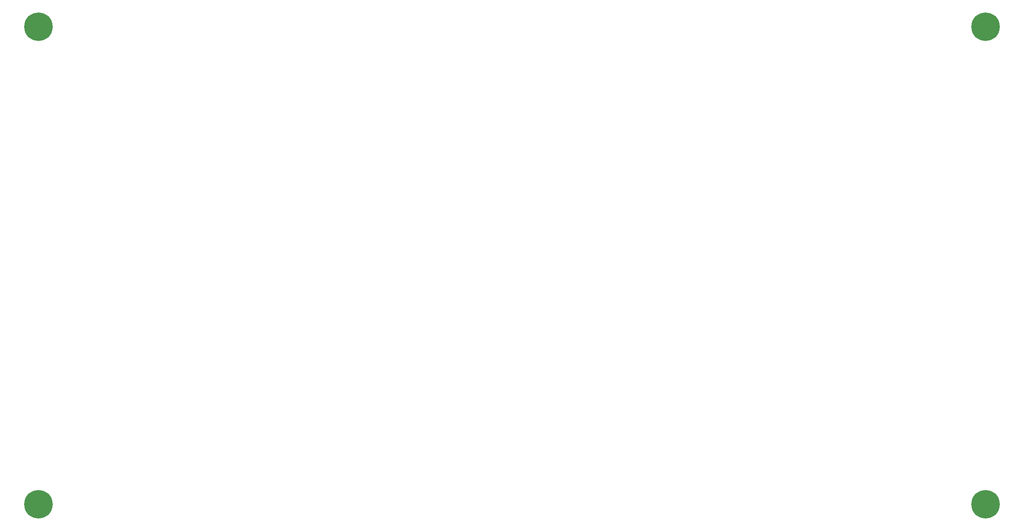
<source format=gbr>
%TF.GenerationSoftware,KiCad,Pcbnew,7.0.1-0*%
%TF.CreationDate,2023-05-06T11:58:54+02:00*%
%TF.ProjectId,video_patch_bay_top,76696465-6f5f-4706-9174-63685f626179,rev?*%
%TF.SameCoordinates,Original*%
%TF.FileFunction,Soldermask,Bot*%
%TF.FilePolarity,Negative*%
%FSLAX46Y46*%
G04 Gerber Fmt 4.6, Leading zero omitted, Abs format (unit mm)*
G04 Created by KiCad (PCBNEW 7.0.1-0) date 2023-05-06 11:58:54*
%MOMM*%
%LPD*%
G01*
G04 APERTURE LIST*
%ADD10C,6.400000*%
G04 APERTURE END LIST*
D10*
%TO.C,REF\u002A\u002A*%
X250100000Y-126700000D03*
%TD*%
%TO.C,REF\u002A\u002A*%
X250100000Y-19400000D03*
%TD*%
%TO.C,REF\u002A\u002A*%
X37400000Y-19400000D03*
%TD*%
%TO.C,REF\u002A\u002A*%
X37400000Y-126700000D03*
%TD*%
M02*

</source>
